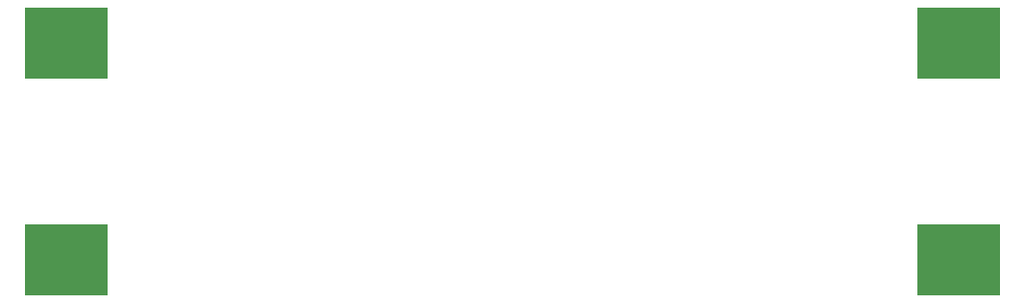
<source format=gtp>
G04 #@! TF.GenerationSoftware,KiCad,Pcbnew,7.0.9*
G04 #@! TF.CreationDate,2024-04-15T23:38:29-07:00*
G04 #@! TF.ProjectId,AVcarrierBoard,41566361-7272-4696-9572-426f6172642e,rev?*
G04 #@! TF.SameCoordinates,Original*
G04 #@! TF.FileFunction,Paste,Top*
G04 #@! TF.FilePolarity,Positive*
%FSLAX46Y46*%
G04 Gerber Fmt 4.6, Leading zero omitted, Abs format (unit mm)*
G04 Created by KiCad (PCBNEW 7.0.9) date 2024-04-15 23:38:29*
%MOMM*%
%LPD*%
G01*
G04 APERTURE LIST*
%ADD10R,7.340000X6.350000*%
G04 APERTURE END LIST*
D10*
X181990000Y-81885000D03*
X260650000Y-81885000D03*
X181990000Y-100995000D03*
X260650000Y-100995000D03*
M02*

</source>
